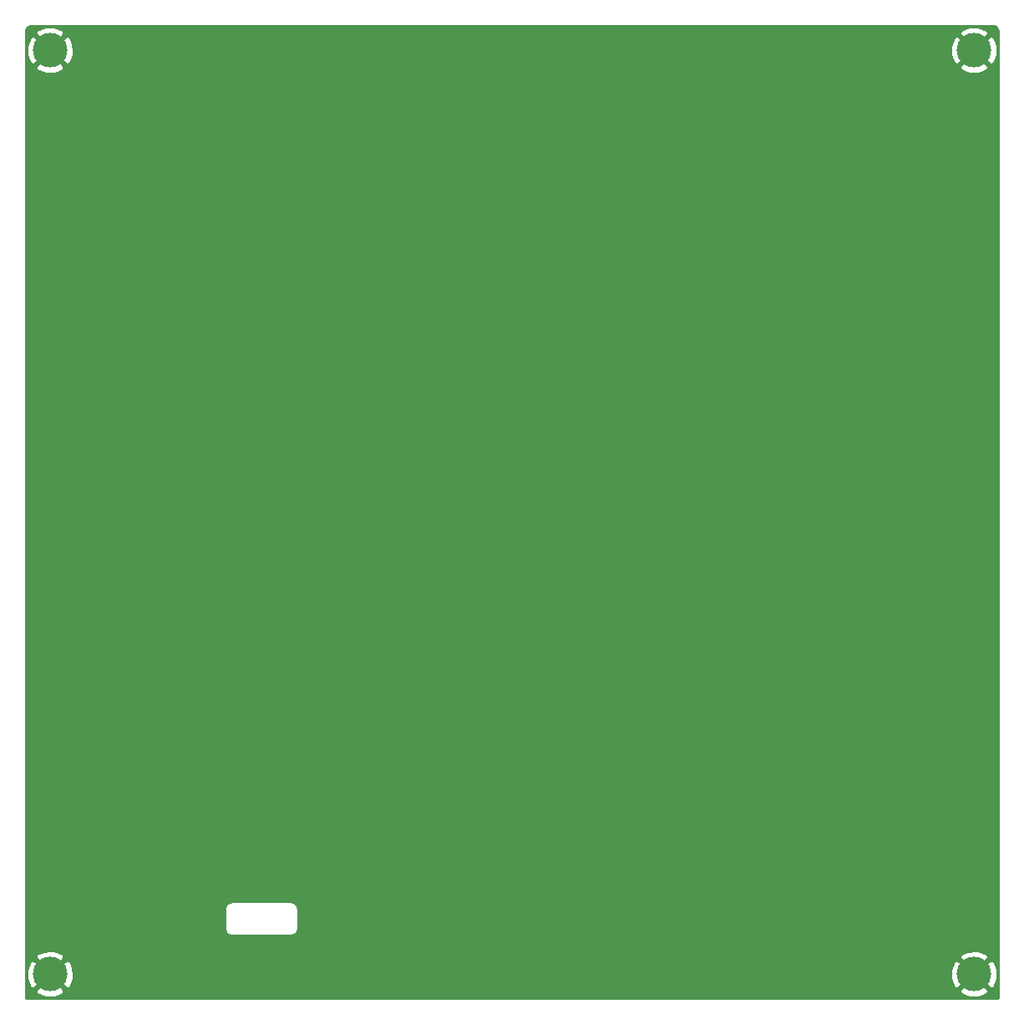
<source format=gtl>
G04 #@! TF.GenerationSoftware,KiCad,Pcbnew,(5.1.8)-1*
G04 #@! TF.CreationDate,2024-04-07T02:56:49+02:00*
G04 #@! TF.ProjectId,BulkyMIDI-32 Input Switch FB2,42756c6b-794d-4494-9449-2d333220496e,rev?*
G04 #@! TF.SameCoordinates,Original*
G04 #@! TF.FileFunction,Copper,L1,Top*
G04 #@! TF.FilePolarity,Positive*
%FSLAX46Y46*%
G04 Gerber Fmt 4.6, Leading zero omitted, Abs format (unit mm)*
G04 Created by KiCad (PCBNEW (5.1.8)-1) date 2024-04-07 02:56:49*
%MOMM*%
%LPD*%
G01*
G04 APERTURE LIST*
G04 #@! TA.AperFunction,ComponentPad*
%ADD10C,3.500000*%
G04 #@! TD*
G04 #@! TA.AperFunction,Conductor*
%ADD11C,0.254000*%
G04 #@! TD*
G04 #@! TA.AperFunction,Conductor*
%ADD12C,0.100000*%
G04 #@! TD*
G04 APERTURE END LIST*
D10*
X73355000Y-151435000D03*
X167005000Y-151435000D03*
X167005000Y-57785000D03*
X73355000Y-57785000D03*
D11*
X169018109Y-55334005D02*
X169122101Y-55365402D01*
X169218014Y-55416399D01*
X169302194Y-55485055D01*
X169371440Y-55568758D01*
X169423105Y-55664311D01*
X169455227Y-55768078D01*
X169470000Y-55908641D01*
X169470001Y-153900000D01*
X70890000Y-153900000D01*
X70890000Y-153104609D01*
X71864997Y-153104609D01*
X72051073Y-153445766D01*
X72468409Y-153661513D01*
X72919815Y-153791696D01*
X73387946Y-153831313D01*
X73854811Y-153778842D01*
X74302468Y-153636297D01*
X74658927Y-153445766D01*
X74845003Y-153104609D01*
X165514997Y-153104609D01*
X165701073Y-153445766D01*
X166118409Y-153661513D01*
X166569815Y-153791696D01*
X167037946Y-153831313D01*
X167504811Y-153778842D01*
X167952468Y-153636297D01*
X168308927Y-153445766D01*
X168495003Y-153104609D01*
X167005000Y-151614605D01*
X165514997Y-153104609D01*
X74845003Y-153104609D01*
X73355000Y-151614605D01*
X71864997Y-153104609D01*
X70890000Y-153104609D01*
X70890000Y-151467946D01*
X70958687Y-151467946D01*
X71011158Y-151934811D01*
X71153703Y-152382468D01*
X71344234Y-152738927D01*
X71685391Y-152925003D01*
X73175395Y-151435000D01*
X73534605Y-151435000D01*
X75024609Y-152925003D01*
X75365766Y-152738927D01*
X75581513Y-152321591D01*
X75711696Y-151870185D01*
X75745736Y-151467946D01*
X164608687Y-151467946D01*
X164661158Y-151934811D01*
X164803703Y-152382468D01*
X164994234Y-152738927D01*
X165335391Y-152925003D01*
X166825395Y-151435000D01*
X167184605Y-151435000D01*
X168674609Y-152925003D01*
X169015766Y-152738927D01*
X169231513Y-152321591D01*
X169361696Y-151870185D01*
X169401313Y-151402054D01*
X169348842Y-150935189D01*
X169206297Y-150487532D01*
X169015766Y-150131073D01*
X168674609Y-149944997D01*
X167184605Y-151435000D01*
X166825395Y-151435000D01*
X165335391Y-149944997D01*
X164994234Y-150131073D01*
X164778487Y-150548409D01*
X164648304Y-150999815D01*
X164608687Y-151467946D01*
X75745736Y-151467946D01*
X75751313Y-151402054D01*
X75698842Y-150935189D01*
X75556297Y-150487532D01*
X75365766Y-150131073D01*
X75024609Y-149944997D01*
X73534605Y-151435000D01*
X73175395Y-151435000D01*
X71685391Y-149944997D01*
X71344234Y-150131073D01*
X71128487Y-150548409D01*
X70998304Y-150999815D01*
X70958687Y-151467946D01*
X70890000Y-151467946D01*
X70890000Y-149765391D01*
X71864997Y-149765391D01*
X73355000Y-151255395D01*
X74845003Y-149765391D01*
X165514997Y-149765391D01*
X167005000Y-151255395D01*
X168495003Y-149765391D01*
X168308927Y-149424234D01*
X167891591Y-149208487D01*
X167440185Y-149078304D01*
X166972054Y-149038687D01*
X166505189Y-149091158D01*
X166057532Y-149233703D01*
X165701073Y-149424234D01*
X165514997Y-149765391D01*
X74845003Y-149765391D01*
X74658927Y-149424234D01*
X74241591Y-149208487D01*
X73790185Y-149078304D01*
X73322054Y-149038687D01*
X72855189Y-149091158D01*
X72407532Y-149233703D01*
X72051073Y-149424234D01*
X71864997Y-149765391D01*
X70890000Y-149765391D01*
X70890000Y-144803000D01*
X91061565Y-144803000D01*
X91065001Y-144837887D01*
X91065000Y-146773122D01*
X91061565Y-146808000D01*
X91075273Y-146947184D01*
X91115872Y-147081020D01*
X91181800Y-147204363D01*
X91270525Y-147312475D01*
X91378637Y-147401200D01*
X91501980Y-147467128D01*
X91635816Y-147507727D01*
X91775000Y-147521435D01*
X91809877Y-147518000D01*
X97740123Y-147518000D01*
X97775000Y-147521435D01*
X97809877Y-147518000D01*
X97914184Y-147507727D01*
X98048020Y-147467128D01*
X98171363Y-147401200D01*
X98279475Y-147312475D01*
X98368200Y-147204363D01*
X98434128Y-147081020D01*
X98474727Y-146947184D01*
X98488435Y-146808000D01*
X98485000Y-146773123D01*
X98485000Y-144837877D01*
X98488435Y-144803000D01*
X98474727Y-144663816D01*
X98434128Y-144529980D01*
X98368200Y-144406637D01*
X98279475Y-144298525D01*
X98171363Y-144209800D01*
X98048020Y-144143872D01*
X97914184Y-144103273D01*
X97809877Y-144093000D01*
X97775000Y-144089565D01*
X97740123Y-144093000D01*
X91809877Y-144093000D01*
X91775000Y-144089565D01*
X91740123Y-144093000D01*
X91635816Y-144103273D01*
X91501980Y-144143872D01*
X91378637Y-144209800D01*
X91270525Y-144298525D01*
X91181800Y-144406637D01*
X91115872Y-144529980D01*
X91075273Y-144663816D01*
X91061565Y-144803000D01*
X70890000Y-144803000D01*
X70890000Y-59454609D01*
X71864997Y-59454609D01*
X72051073Y-59795766D01*
X72468409Y-60011513D01*
X72919815Y-60141696D01*
X73387946Y-60181313D01*
X73854811Y-60128842D01*
X74302468Y-59986297D01*
X74658927Y-59795766D01*
X74845003Y-59454609D01*
X165514997Y-59454609D01*
X165701073Y-59795766D01*
X166118409Y-60011513D01*
X166569815Y-60141696D01*
X167037946Y-60181313D01*
X167504811Y-60128842D01*
X167952468Y-59986297D01*
X168308927Y-59795766D01*
X168495003Y-59454609D01*
X167005000Y-57964605D01*
X165514997Y-59454609D01*
X74845003Y-59454609D01*
X73355000Y-57964605D01*
X71864997Y-59454609D01*
X70890000Y-59454609D01*
X70890000Y-57817946D01*
X70958687Y-57817946D01*
X71011158Y-58284811D01*
X71153703Y-58732468D01*
X71344234Y-59088927D01*
X71685391Y-59275003D01*
X73175395Y-57785000D01*
X73534605Y-57785000D01*
X75024609Y-59275003D01*
X75365766Y-59088927D01*
X75581513Y-58671591D01*
X75711696Y-58220185D01*
X75745736Y-57817946D01*
X164608687Y-57817946D01*
X164661158Y-58284811D01*
X164803703Y-58732468D01*
X164994234Y-59088927D01*
X165335391Y-59275003D01*
X166825395Y-57785000D01*
X167184605Y-57785000D01*
X168674609Y-59275003D01*
X169015766Y-59088927D01*
X169231513Y-58671591D01*
X169361696Y-58220185D01*
X169401313Y-57752054D01*
X169348842Y-57285189D01*
X169206297Y-56837532D01*
X169015766Y-56481073D01*
X168674609Y-56294997D01*
X167184605Y-57785000D01*
X166825395Y-57785000D01*
X165335391Y-56294997D01*
X164994234Y-56481073D01*
X164778487Y-56898409D01*
X164648304Y-57349815D01*
X164608687Y-57817946D01*
X75745736Y-57817946D01*
X75751313Y-57752054D01*
X75698842Y-57285189D01*
X75556297Y-56837532D01*
X75365766Y-56481073D01*
X75024609Y-56294997D01*
X73534605Y-57785000D01*
X73175395Y-57785000D01*
X71685391Y-56294997D01*
X71344234Y-56481073D01*
X71128487Y-56898409D01*
X70998304Y-57349815D01*
X70958687Y-57817946D01*
X70890000Y-57817946D01*
X70890000Y-56115391D01*
X71864997Y-56115391D01*
X73355000Y-57605395D01*
X74845003Y-56115391D01*
X165514997Y-56115391D01*
X167005000Y-57605395D01*
X168495003Y-56115391D01*
X168308927Y-55774234D01*
X167891591Y-55558487D01*
X167440185Y-55428304D01*
X166972054Y-55388687D01*
X166505189Y-55441158D01*
X166057532Y-55583703D01*
X165701073Y-55774234D01*
X165514997Y-56115391D01*
X74845003Y-56115391D01*
X74658927Y-55774234D01*
X74241591Y-55558487D01*
X73790185Y-55428304D01*
X73322054Y-55388687D01*
X72855189Y-55441158D01*
X72407532Y-55583703D01*
X72051073Y-55774234D01*
X71864997Y-56115391D01*
X70890000Y-56115391D01*
X70890000Y-55914720D01*
X70904005Y-55771891D01*
X70935402Y-55667899D01*
X70986399Y-55571986D01*
X71055055Y-55487806D01*
X71138758Y-55418560D01*
X71234311Y-55366895D01*
X71338078Y-55334773D01*
X71478641Y-55320000D01*
X168875280Y-55320000D01*
X169018109Y-55334005D01*
G04 #@! TA.AperFunction,Conductor*
D12*
G36*
X169018109Y-55334005D02*
G01*
X169122101Y-55365402D01*
X169218014Y-55416399D01*
X169302194Y-55485055D01*
X169371440Y-55568758D01*
X169423105Y-55664311D01*
X169455227Y-55768078D01*
X169470000Y-55908641D01*
X169470001Y-153900000D01*
X70890000Y-153900000D01*
X70890000Y-153104609D01*
X71864997Y-153104609D01*
X72051073Y-153445766D01*
X72468409Y-153661513D01*
X72919815Y-153791696D01*
X73387946Y-153831313D01*
X73854811Y-153778842D01*
X74302468Y-153636297D01*
X74658927Y-153445766D01*
X74845003Y-153104609D01*
X165514997Y-153104609D01*
X165701073Y-153445766D01*
X166118409Y-153661513D01*
X166569815Y-153791696D01*
X167037946Y-153831313D01*
X167504811Y-153778842D01*
X167952468Y-153636297D01*
X168308927Y-153445766D01*
X168495003Y-153104609D01*
X167005000Y-151614605D01*
X165514997Y-153104609D01*
X74845003Y-153104609D01*
X73355000Y-151614605D01*
X71864997Y-153104609D01*
X70890000Y-153104609D01*
X70890000Y-151467946D01*
X70958687Y-151467946D01*
X71011158Y-151934811D01*
X71153703Y-152382468D01*
X71344234Y-152738927D01*
X71685391Y-152925003D01*
X73175395Y-151435000D01*
X73534605Y-151435000D01*
X75024609Y-152925003D01*
X75365766Y-152738927D01*
X75581513Y-152321591D01*
X75711696Y-151870185D01*
X75745736Y-151467946D01*
X164608687Y-151467946D01*
X164661158Y-151934811D01*
X164803703Y-152382468D01*
X164994234Y-152738927D01*
X165335391Y-152925003D01*
X166825395Y-151435000D01*
X167184605Y-151435000D01*
X168674609Y-152925003D01*
X169015766Y-152738927D01*
X169231513Y-152321591D01*
X169361696Y-151870185D01*
X169401313Y-151402054D01*
X169348842Y-150935189D01*
X169206297Y-150487532D01*
X169015766Y-150131073D01*
X168674609Y-149944997D01*
X167184605Y-151435000D01*
X166825395Y-151435000D01*
X165335391Y-149944997D01*
X164994234Y-150131073D01*
X164778487Y-150548409D01*
X164648304Y-150999815D01*
X164608687Y-151467946D01*
X75745736Y-151467946D01*
X75751313Y-151402054D01*
X75698842Y-150935189D01*
X75556297Y-150487532D01*
X75365766Y-150131073D01*
X75024609Y-149944997D01*
X73534605Y-151435000D01*
X73175395Y-151435000D01*
X71685391Y-149944997D01*
X71344234Y-150131073D01*
X71128487Y-150548409D01*
X70998304Y-150999815D01*
X70958687Y-151467946D01*
X70890000Y-151467946D01*
X70890000Y-149765391D01*
X71864997Y-149765391D01*
X73355000Y-151255395D01*
X74845003Y-149765391D01*
X165514997Y-149765391D01*
X167005000Y-151255395D01*
X168495003Y-149765391D01*
X168308927Y-149424234D01*
X167891591Y-149208487D01*
X167440185Y-149078304D01*
X166972054Y-149038687D01*
X166505189Y-149091158D01*
X166057532Y-149233703D01*
X165701073Y-149424234D01*
X165514997Y-149765391D01*
X74845003Y-149765391D01*
X74658927Y-149424234D01*
X74241591Y-149208487D01*
X73790185Y-149078304D01*
X73322054Y-149038687D01*
X72855189Y-149091158D01*
X72407532Y-149233703D01*
X72051073Y-149424234D01*
X71864997Y-149765391D01*
X70890000Y-149765391D01*
X70890000Y-144803000D01*
X91061565Y-144803000D01*
X91065001Y-144837887D01*
X91065000Y-146773122D01*
X91061565Y-146808000D01*
X91075273Y-146947184D01*
X91115872Y-147081020D01*
X91181800Y-147204363D01*
X91270525Y-147312475D01*
X91378637Y-147401200D01*
X91501980Y-147467128D01*
X91635816Y-147507727D01*
X91775000Y-147521435D01*
X91809877Y-147518000D01*
X97740123Y-147518000D01*
X97775000Y-147521435D01*
X97809877Y-147518000D01*
X97914184Y-147507727D01*
X98048020Y-147467128D01*
X98171363Y-147401200D01*
X98279475Y-147312475D01*
X98368200Y-147204363D01*
X98434128Y-147081020D01*
X98474727Y-146947184D01*
X98488435Y-146808000D01*
X98485000Y-146773123D01*
X98485000Y-144837877D01*
X98488435Y-144803000D01*
X98474727Y-144663816D01*
X98434128Y-144529980D01*
X98368200Y-144406637D01*
X98279475Y-144298525D01*
X98171363Y-144209800D01*
X98048020Y-144143872D01*
X97914184Y-144103273D01*
X97809877Y-144093000D01*
X97775000Y-144089565D01*
X97740123Y-144093000D01*
X91809877Y-144093000D01*
X91775000Y-144089565D01*
X91740123Y-144093000D01*
X91635816Y-144103273D01*
X91501980Y-144143872D01*
X91378637Y-144209800D01*
X91270525Y-144298525D01*
X91181800Y-144406637D01*
X91115872Y-144529980D01*
X91075273Y-144663816D01*
X91061565Y-144803000D01*
X70890000Y-144803000D01*
X70890000Y-59454609D01*
X71864997Y-59454609D01*
X72051073Y-59795766D01*
X72468409Y-60011513D01*
X72919815Y-60141696D01*
X73387946Y-60181313D01*
X73854811Y-60128842D01*
X74302468Y-59986297D01*
X74658927Y-59795766D01*
X74845003Y-59454609D01*
X165514997Y-59454609D01*
X165701073Y-59795766D01*
X166118409Y-60011513D01*
X166569815Y-60141696D01*
X167037946Y-60181313D01*
X167504811Y-60128842D01*
X167952468Y-59986297D01*
X168308927Y-59795766D01*
X168495003Y-59454609D01*
X167005000Y-57964605D01*
X165514997Y-59454609D01*
X74845003Y-59454609D01*
X73355000Y-57964605D01*
X71864997Y-59454609D01*
X70890000Y-59454609D01*
X70890000Y-57817946D01*
X70958687Y-57817946D01*
X71011158Y-58284811D01*
X71153703Y-58732468D01*
X71344234Y-59088927D01*
X71685391Y-59275003D01*
X73175395Y-57785000D01*
X73534605Y-57785000D01*
X75024609Y-59275003D01*
X75365766Y-59088927D01*
X75581513Y-58671591D01*
X75711696Y-58220185D01*
X75745736Y-57817946D01*
X164608687Y-57817946D01*
X164661158Y-58284811D01*
X164803703Y-58732468D01*
X164994234Y-59088927D01*
X165335391Y-59275003D01*
X166825395Y-57785000D01*
X167184605Y-57785000D01*
X168674609Y-59275003D01*
X169015766Y-59088927D01*
X169231513Y-58671591D01*
X169361696Y-58220185D01*
X169401313Y-57752054D01*
X169348842Y-57285189D01*
X169206297Y-56837532D01*
X169015766Y-56481073D01*
X168674609Y-56294997D01*
X167184605Y-57785000D01*
X166825395Y-57785000D01*
X165335391Y-56294997D01*
X164994234Y-56481073D01*
X164778487Y-56898409D01*
X164648304Y-57349815D01*
X164608687Y-57817946D01*
X75745736Y-57817946D01*
X75751313Y-57752054D01*
X75698842Y-57285189D01*
X75556297Y-56837532D01*
X75365766Y-56481073D01*
X75024609Y-56294997D01*
X73534605Y-57785000D01*
X73175395Y-57785000D01*
X71685391Y-56294997D01*
X71344234Y-56481073D01*
X71128487Y-56898409D01*
X70998304Y-57349815D01*
X70958687Y-57817946D01*
X70890000Y-57817946D01*
X70890000Y-56115391D01*
X71864997Y-56115391D01*
X73355000Y-57605395D01*
X74845003Y-56115391D01*
X165514997Y-56115391D01*
X167005000Y-57605395D01*
X168495003Y-56115391D01*
X168308927Y-55774234D01*
X167891591Y-55558487D01*
X167440185Y-55428304D01*
X166972054Y-55388687D01*
X166505189Y-55441158D01*
X166057532Y-55583703D01*
X165701073Y-55774234D01*
X165514997Y-56115391D01*
X74845003Y-56115391D01*
X74658927Y-55774234D01*
X74241591Y-55558487D01*
X73790185Y-55428304D01*
X73322054Y-55388687D01*
X72855189Y-55441158D01*
X72407532Y-55583703D01*
X72051073Y-55774234D01*
X71864997Y-56115391D01*
X70890000Y-56115391D01*
X70890000Y-55914720D01*
X70904005Y-55771891D01*
X70935402Y-55667899D01*
X70986399Y-55571986D01*
X71055055Y-55487806D01*
X71138758Y-55418560D01*
X71234311Y-55366895D01*
X71338078Y-55334773D01*
X71478641Y-55320000D01*
X168875280Y-55320000D01*
X169018109Y-55334005D01*
G37*
G04 #@! TD.AperFunction*
M02*

</source>
